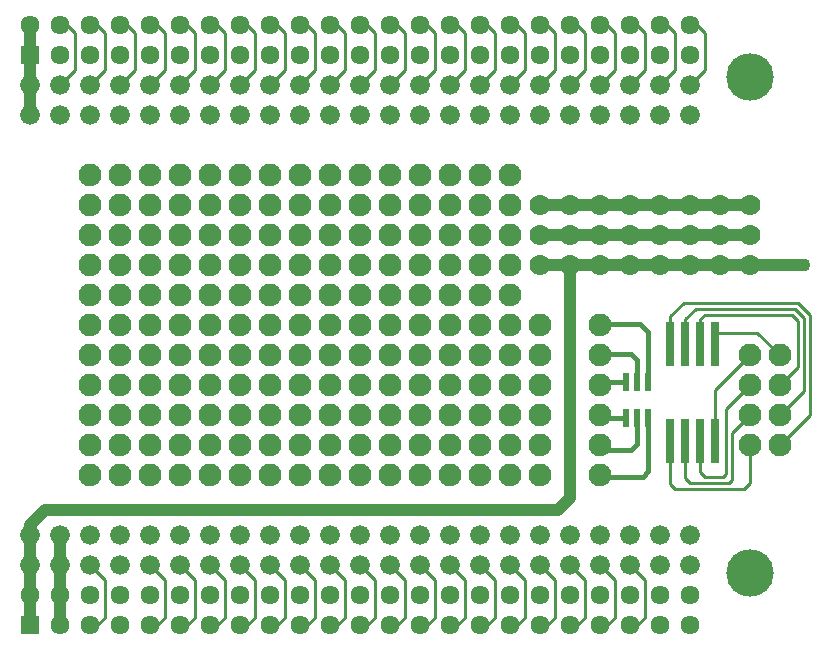
<source format=gbr>
G04 EAGLE Gerber RS-274X export*
G75*
%MOMM*%
%FSLAX34Y34*%
%LPD*%
%INTop Copper*%
%IPPOS*%
%AMOC8*
5,1,8,0,0,1.08239X$1,22.5*%
G01*
%ADD10R,1.609600X1.609600*%
%ADD11C,1.609600*%
%ADD12C,1.676400*%
%ADD13C,1.778000*%
%ADD14C,1.930400*%
%ADD15R,0.550000X1.600000*%
%ADD16R,0.660400X3.810000*%
%ADD17C,4.016000*%
%ADD18C,0.254000*%
%ADD19C,1.016000*%
%ADD20C,1.108000*%
%ADD21C,0.406400*%


D10*
X190500Y501650D03*
D11*
X190500Y527050D03*
X215900Y501650D03*
X215900Y527050D03*
X241300Y501650D03*
X241300Y527050D03*
X266700Y501650D03*
X266700Y527050D03*
X292100Y501650D03*
X292100Y527050D03*
X317500Y501650D03*
X317500Y527050D03*
X342900Y501650D03*
X342900Y527050D03*
X368300Y501650D03*
X368300Y527050D03*
X393700Y501650D03*
X393700Y527050D03*
X419100Y501650D03*
X419100Y527050D03*
X444500Y501650D03*
X444500Y527050D03*
X469900Y501650D03*
X469900Y527050D03*
X495300Y501650D03*
X495300Y527050D03*
X520700Y501650D03*
X520700Y527050D03*
X546100Y501650D03*
X546100Y527050D03*
X571500Y501650D03*
X571500Y527050D03*
X596900Y501650D03*
X596900Y527050D03*
X622300Y501650D03*
X622300Y527050D03*
X647700Y501650D03*
X647700Y527050D03*
X673100Y501650D03*
X673100Y527050D03*
X698500Y501650D03*
X698500Y527050D03*
X723900Y501650D03*
X723900Y527050D03*
X749300Y501650D03*
X749300Y527050D03*
D10*
X190500Y19050D03*
D11*
X190500Y44450D03*
X215900Y19050D03*
X215900Y44450D03*
X241300Y19050D03*
X241300Y44450D03*
X266700Y19050D03*
X266700Y44450D03*
X292100Y19050D03*
X292100Y44450D03*
X317500Y19050D03*
X317500Y44450D03*
X342900Y19050D03*
X342900Y44450D03*
X368300Y19050D03*
X368300Y44450D03*
X393700Y19050D03*
X393700Y44450D03*
X419100Y19050D03*
X419100Y44450D03*
X444500Y19050D03*
X444500Y44450D03*
X469900Y19050D03*
X469900Y44450D03*
X495300Y19050D03*
X495300Y44450D03*
X520700Y19050D03*
X520700Y44450D03*
X546100Y19050D03*
X546100Y44450D03*
X571500Y19050D03*
X571500Y44450D03*
X596900Y19050D03*
X596900Y44450D03*
X622300Y19050D03*
X622300Y44450D03*
X647700Y19050D03*
X647700Y44450D03*
X673100Y19050D03*
X673100Y44450D03*
X698500Y19050D03*
X698500Y44450D03*
X723900Y19050D03*
X723900Y44450D03*
X749300Y19050D03*
X749300Y44450D03*
D12*
X749300Y450850D03*
X723900Y450850D03*
X698500Y450850D03*
X673100Y450850D03*
X647700Y450850D03*
X622300Y450850D03*
X596900Y450850D03*
X571500Y450850D03*
X546100Y450850D03*
X520700Y450850D03*
X495300Y450850D03*
X469900Y450850D03*
X444500Y450850D03*
X419100Y450850D03*
X393700Y450850D03*
X368300Y450850D03*
X342900Y450850D03*
X317500Y450850D03*
X292100Y450850D03*
X266700Y450850D03*
X241300Y450850D03*
X215900Y450850D03*
X190500Y450850D03*
X190500Y476250D03*
X215900Y476250D03*
X241300Y476250D03*
X266700Y476250D03*
X292100Y476250D03*
X317500Y476250D03*
X342900Y476250D03*
X368300Y476250D03*
X393700Y476250D03*
X419100Y476250D03*
X444500Y476250D03*
X469900Y476250D03*
X495300Y476250D03*
X520700Y476250D03*
X546100Y476250D03*
X571500Y476250D03*
X596900Y476250D03*
X622300Y476250D03*
X647700Y476250D03*
X673100Y476250D03*
X698500Y476250D03*
X723900Y476250D03*
X749300Y476250D03*
X749300Y69850D03*
X723900Y69850D03*
X698500Y69850D03*
X673100Y69850D03*
X647700Y69850D03*
X622300Y69850D03*
X596900Y69850D03*
X571500Y69850D03*
X546100Y69850D03*
X520700Y69850D03*
X495300Y69850D03*
X469900Y69850D03*
X444500Y69850D03*
X419100Y69850D03*
X393700Y69850D03*
X368300Y69850D03*
X342900Y69850D03*
X317500Y69850D03*
X292100Y69850D03*
X266700Y69850D03*
X241300Y69850D03*
X215900Y69850D03*
X190500Y69850D03*
X190500Y95250D03*
X215900Y95250D03*
X241300Y95250D03*
X266700Y95250D03*
X292100Y95250D03*
X317500Y95250D03*
X342900Y95250D03*
X368300Y95250D03*
X393700Y95250D03*
X419100Y95250D03*
X444500Y95250D03*
X469900Y95250D03*
X495300Y95250D03*
X520700Y95250D03*
X546100Y95250D03*
X571500Y95250D03*
X596900Y95250D03*
X622300Y95250D03*
X647700Y95250D03*
X673100Y95250D03*
X698500Y95250D03*
X723900Y95250D03*
X749300Y95250D03*
D13*
X622300Y349250D03*
X647700Y349250D03*
X673100Y349250D03*
X698500Y349250D03*
X723900Y349250D03*
X749300Y349250D03*
X774700Y349250D03*
X800100Y349250D03*
X622300Y323850D03*
X647700Y323850D03*
X673100Y323850D03*
X698500Y323850D03*
X723900Y323850D03*
X749300Y323850D03*
X774700Y323850D03*
X800100Y323850D03*
D14*
X241300Y146050D03*
X241300Y171450D03*
X241300Y196850D03*
X241300Y222250D03*
X241300Y247650D03*
X241300Y273050D03*
X241300Y298450D03*
X241300Y323850D03*
X241300Y349250D03*
X241300Y374650D03*
X241300Y400050D03*
X266700Y146050D03*
X266700Y171450D03*
X266700Y196850D03*
X266700Y222250D03*
X266700Y247650D03*
X266700Y273050D03*
X266700Y298450D03*
X266700Y323850D03*
X266700Y349250D03*
X266700Y374650D03*
X266700Y400050D03*
X292100Y146050D03*
X292100Y171450D03*
X292100Y196850D03*
X292100Y222250D03*
X292100Y247650D03*
X292100Y273050D03*
X292100Y298450D03*
X292100Y323850D03*
X292100Y349250D03*
X292100Y374650D03*
X292100Y400050D03*
X317500Y146050D03*
X317500Y171450D03*
X317500Y196850D03*
X317500Y222250D03*
X317500Y247650D03*
X317500Y273050D03*
X317500Y298450D03*
X317500Y323850D03*
X317500Y349250D03*
X317500Y374650D03*
X317500Y400050D03*
X342900Y146050D03*
X342900Y171450D03*
X342900Y196850D03*
X342900Y222250D03*
X342900Y247650D03*
X342900Y273050D03*
X342900Y298450D03*
X342900Y323850D03*
X342900Y349250D03*
X342900Y374650D03*
X342900Y400050D03*
X368300Y146050D03*
X368300Y171450D03*
X368300Y196850D03*
X368300Y222250D03*
X368300Y247650D03*
X368300Y273050D03*
X368300Y298450D03*
X368300Y323850D03*
X368300Y349250D03*
X368300Y374650D03*
X368300Y400050D03*
X393700Y146050D03*
X393700Y171450D03*
X393700Y196850D03*
X393700Y222250D03*
X393700Y247650D03*
X393700Y273050D03*
X393700Y298450D03*
X393700Y323850D03*
X393700Y349250D03*
X393700Y374650D03*
X393700Y400050D03*
X419100Y146050D03*
X419100Y171450D03*
X419100Y196850D03*
X419100Y222250D03*
X419100Y247650D03*
X419100Y273050D03*
X419100Y298450D03*
X419100Y323850D03*
X419100Y349250D03*
X419100Y374650D03*
X419100Y400050D03*
X444500Y146050D03*
X444500Y171450D03*
X444500Y196850D03*
X444500Y222250D03*
X444500Y247650D03*
X444500Y273050D03*
X444500Y298450D03*
X444500Y323850D03*
X444500Y349250D03*
X444500Y374650D03*
X444500Y400050D03*
X469900Y146050D03*
X469900Y171450D03*
X469900Y196850D03*
X469900Y222250D03*
X469900Y247650D03*
X469900Y273050D03*
X469900Y298450D03*
X469900Y323850D03*
X469900Y349250D03*
X469900Y374650D03*
X469900Y400050D03*
X495300Y146050D03*
X495300Y171450D03*
X495300Y196850D03*
X495300Y222250D03*
X495300Y247650D03*
X495300Y273050D03*
X495300Y298450D03*
X495300Y323850D03*
X495300Y349250D03*
X495300Y374650D03*
X495300Y400050D03*
X520700Y146050D03*
X520700Y171450D03*
X520700Y196850D03*
X520700Y222250D03*
X520700Y247650D03*
X520700Y273050D03*
X520700Y298450D03*
X520700Y323850D03*
X520700Y349250D03*
X520700Y374650D03*
X520700Y400050D03*
X546100Y146050D03*
X546100Y171450D03*
X546100Y196850D03*
X546100Y222250D03*
X546100Y247650D03*
X546100Y273050D03*
X546100Y298450D03*
X546100Y323850D03*
X546100Y349250D03*
X546100Y374650D03*
X546100Y400050D03*
D13*
X622300Y374650D03*
X647700Y374650D03*
X673100Y374650D03*
X698500Y374650D03*
X723900Y374650D03*
X749300Y374650D03*
X774700Y374650D03*
X800100Y374650D03*
D15*
X714350Y224550D03*
X704850Y224550D03*
X695350Y224550D03*
X695350Y194550D03*
X704850Y194550D03*
X714350Y194550D03*
D14*
X673100Y222250D03*
X673100Y247650D03*
X673100Y273050D03*
X673100Y146050D03*
X673100Y171450D03*
X673100Y196850D03*
X622300Y146050D03*
X622300Y171450D03*
X622300Y196850D03*
X622300Y222250D03*
X622300Y247650D03*
X622300Y273050D03*
D16*
X732790Y174498D03*
X745490Y174498D03*
X758190Y174498D03*
X770890Y174498D03*
X770890Y257302D03*
X758190Y257302D03*
X745490Y257302D03*
X732790Y257302D03*
D14*
X800100Y247650D03*
X800100Y222250D03*
X800100Y196850D03*
X800100Y171450D03*
X825500Y171450D03*
X825500Y196850D03*
X825500Y222250D03*
X825500Y247650D03*
D17*
X800500Y483000D03*
X800500Y63200D03*
D14*
X571500Y146050D03*
X571500Y171450D03*
X571500Y196850D03*
X571500Y222250D03*
X571500Y247650D03*
X571500Y273050D03*
X571500Y298450D03*
X571500Y323850D03*
X571500Y349250D03*
X571500Y374650D03*
X571500Y400050D03*
X596900Y146050D03*
X596900Y171450D03*
X596900Y196850D03*
X596900Y222250D03*
X596900Y247650D03*
X596900Y273050D03*
X596900Y298450D03*
X596900Y323850D03*
X596900Y349250D03*
X596900Y374650D03*
X596900Y400050D03*
D18*
X273050Y527050D02*
X266700Y527050D01*
X273050Y527050D02*
X279400Y520700D01*
X279400Y488950D01*
X266700Y476250D01*
X292100Y527050D02*
X298450Y527050D01*
X304800Y520700D01*
X304800Y488950D01*
X292100Y476250D01*
X317500Y527050D02*
X323850Y527050D01*
X330200Y520700D01*
X330200Y488950D01*
X317500Y476250D01*
X342900Y527050D02*
X349250Y527050D01*
X355600Y520700D01*
X355600Y488950D01*
X342900Y476250D01*
X368300Y527050D02*
X374650Y527050D01*
X381000Y520700D01*
X381000Y488950D01*
X368300Y476250D01*
X393700Y527050D02*
X400050Y527050D01*
X406400Y520700D01*
X406400Y488950D01*
X393700Y476250D01*
X419100Y527050D02*
X425450Y527050D01*
X431800Y520700D01*
X431800Y488950D01*
X419100Y476250D01*
X444500Y527050D02*
X450850Y527050D01*
X457200Y520700D01*
X457200Y488950D01*
X444500Y476250D01*
X469900Y527050D02*
X476250Y527050D01*
X482600Y520700D01*
X482600Y488950D01*
X469900Y476250D01*
X495300Y527050D02*
X501650Y527050D01*
X508000Y520700D01*
X508000Y488950D01*
X495300Y476250D01*
X520700Y527050D02*
X527050Y527050D01*
X533400Y520700D01*
X533400Y488950D01*
X520700Y476250D01*
X546100Y527050D02*
X552450Y527050D01*
X558800Y520700D01*
X558800Y488950D01*
X546100Y476250D01*
X571500Y527050D02*
X577850Y527050D01*
X584200Y520700D01*
X584200Y488950D01*
X571500Y476250D01*
X596900Y527050D02*
X603250Y527050D01*
X609600Y520700D01*
X609600Y488950D01*
X596900Y476250D01*
X622300Y527050D02*
X628650Y527050D01*
X635000Y520700D01*
X635000Y488950D01*
X622300Y476250D01*
X673100Y527050D02*
X679450Y527050D01*
X685800Y520700D01*
X685800Y488950D01*
X673100Y476250D01*
X698500Y527050D02*
X704850Y527050D01*
X711200Y520700D01*
X711200Y488950D01*
X698500Y476250D01*
X723900Y527050D02*
X730250Y527050D01*
X736600Y520700D01*
X736600Y488950D01*
X723900Y476250D01*
X749300Y527050D02*
X755650Y527050D01*
X762000Y520700D01*
X762000Y488950D01*
X749300Y476250D01*
X247650Y19050D02*
X241300Y19050D01*
X247650Y19050D02*
X254000Y25400D01*
X254000Y57150D01*
X241300Y69850D01*
X292100Y19050D02*
X298450Y19050D01*
X304800Y25400D01*
X304800Y57150D01*
X292100Y69850D01*
X317500Y19050D02*
X323850Y19050D01*
X330200Y25400D01*
X330200Y57150D01*
X317500Y69850D01*
X342900Y19050D02*
X349250Y19050D01*
X355600Y25400D01*
X355600Y57150D01*
X342900Y69850D01*
X368300Y19050D02*
X374650Y19050D01*
X381000Y25400D01*
X381000Y57150D01*
X368300Y69850D01*
X393700Y19050D02*
X400050Y19050D01*
X406400Y25400D01*
X406400Y57150D01*
X393700Y69850D01*
X419100Y19050D02*
X425450Y19050D01*
X431800Y25400D01*
X431800Y57150D01*
X419100Y69850D01*
X444500Y19050D02*
X450850Y19050D01*
X457200Y25400D01*
X457200Y57150D01*
X444500Y69850D01*
X469900Y19050D02*
X476250Y19050D01*
X482600Y25400D01*
X482600Y57150D01*
X469900Y69850D01*
X495300Y19050D02*
X501650Y19050D01*
X508000Y25400D01*
X508000Y57150D01*
X495300Y69850D01*
X520700Y19050D02*
X527050Y19050D01*
X533400Y25400D01*
X533400Y57150D01*
X520700Y69850D01*
X546100Y19050D02*
X552450Y19050D01*
X558800Y25400D01*
X558800Y57150D01*
X546100Y69850D01*
X571500Y19050D02*
X577850Y19050D01*
X584200Y25400D01*
X584200Y57150D01*
X571500Y69850D01*
X596900Y19050D02*
X603250Y19050D01*
X609600Y25400D01*
X609600Y57150D01*
X596900Y69850D01*
X622300Y19050D02*
X628650Y19050D01*
X635000Y25400D01*
X635000Y57150D01*
X622300Y69850D01*
X647700Y19050D02*
X654050Y19050D01*
X660400Y25400D01*
X660400Y57150D01*
X647700Y69850D01*
X673100Y19050D02*
X679450Y19050D01*
X685800Y25400D01*
X685800Y57150D01*
X673100Y69850D01*
X698500Y19050D02*
X704850Y19050D01*
X711200Y25400D01*
X711200Y57150D01*
X698500Y69850D01*
X654050Y527050D02*
X647700Y527050D01*
X654050Y527050D02*
X660400Y520700D01*
X660400Y488950D01*
X647700Y476250D01*
D19*
X647700Y374650D02*
X622300Y374650D01*
X647700Y374650D02*
X673100Y374650D01*
X698500Y374650D01*
X723900Y374650D01*
X749300Y374650D01*
X774700Y374650D01*
X800100Y374650D01*
X800100Y349250D02*
X774700Y349250D01*
X749300Y349250D01*
X723900Y349250D01*
X698500Y349250D01*
X673100Y349250D01*
X647700Y349250D01*
X622300Y349250D01*
X215900Y44450D02*
X215900Y19050D01*
X215900Y44450D02*
X215900Y69850D01*
X215900Y95250D01*
X622300Y323850D02*
X647700Y323850D01*
X673100Y323850D01*
X698500Y323850D01*
X723900Y323850D01*
X749300Y323850D01*
X774700Y323850D02*
X800100Y323850D01*
X190500Y44450D02*
X190500Y19050D01*
X190500Y44450D02*
X190500Y69850D01*
X190500Y95250D01*
X190500Y501650D02*
X190500Y527050D01*
X190500Y501650D02*
X190500Y476250D01*
X190500Y450850D01*
X749300Y323850D02*
X774700Y323850D01*
X203200Y116840D02*
X190500Y104140D01*
X190500Y95250D01*
X203200Y116840D02*
X637540Y116840D01*
X647700Y127000D01*
X647700Y325120D01*
X800100Y323850D02*
X845820Y323850D01*
D20*
X845820Y323850D03*
D21*
X714350Y267360D02*
X714350Y224550D01*
X714350Y267360D02*
X707390Y274320D01*
X674370Y274320D01*
X673100Y273050D01*
X704850Y243840D02*
X704850Y224550D01*
X704850Y243840D02*
X699770Y248920D01*
X674370Y248920D01*
X673100Y247650D01*
X675400Y224550D02*
X695350Y224550D01*
X675400Y224550D02*
X673100Y222250D01*
X714350Y194550D02*
X714350Y149200D01*
X709930Y144780D01*
X674370Y144780D01*
X673100Y146050D01*
X704850Y172720D02*
X704850Y194550D01*
X704850Y172720D02*
X699770Y167640D01*
X676910Y167640D01*
X673100Y171450D01*
X675400Y194550D02*
X695350Y194550D01*
X675400Y194550D02*
X673100Y196850D01*
D18*
X732790Y174498D02*
X732790Y138430D01*
X736600Y134620D01*
X795020Y134620D01*
X800100Y139700D01*
X800100Y171450D01*
X745490Y174498D02*
X745490Y143510D01*
X749300Y139700D01*
X782320Y139700D01*
X784860Y142240D01*
X784860Y181610D01*
X800100Y196850D01*
X758190Y174498D02*
X758190Y148590D01*
X762000Y144780D01*
X777240Y144780D01*
X779780Y147320D01*
X779780Y201930D01*
X800100Y222250D01*
X770890Y218440D02*
X770890Y174498D01*
X770890Y218440D02*
X800100Y247650D01*
X732790Y257302D02*
X732790Y280670D01*
X744220Y292100D01*
X840740Y292100D01*
X850900Y281940D01*
X850900Y196850D01*
X825500Y171450D01*
X745490Y257302D02*
X745490Y278130D01*
X754380Y287020D01*
X838200Y287020D01*
X845820Y279400D01*
X845820Y217170D01*
X825500Y196850D01*
X758190Y257302D02*
X758190Y278130D01*
X762000Y281940D01*
X835660Y281940D01*
X840740Y276860D01*
X840740Y237490D01*
X825500Y222250D01*
X770890Y257302D02*
X770890Y265430D01*
X772160Y266700D01*
X806450Y266700D01*
X825500Y247650D01*
X222250Y527050D02*
X215900Y527050D01*
X222250Y527050D02*
X228600Y520700D01*
X228600Y488950D01*
X215900Y476250D01*
X241300Y527050D02*
X247650Y527050D01*
X254000Y520700D01*
X254000Y488950D01*
X241300Y476250D01*
M02*

</source>
